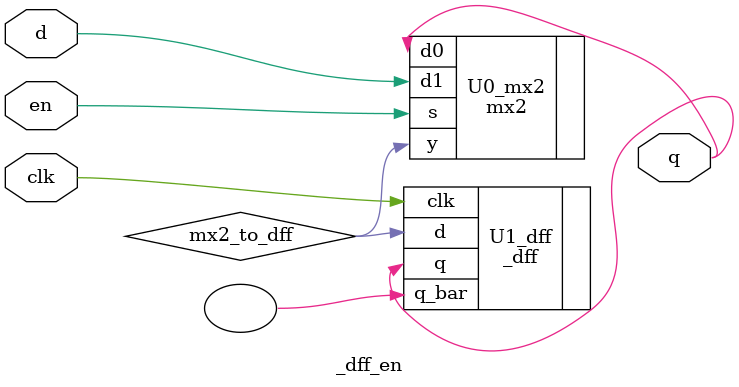
<source format=v>
module _dff_en(en, clk, d, q); // this module makes enabled d flip flop
input en, clk, d; // define input en, clk, d
output q; // define output q

wire mx2_to_dff; // define wire mx2_to_dff

mx2 U0_mx2( // 2_to_1 multiplexer instance
	.d0(q),
	.d1(d),
	.s(en),
	.y(mx2_to_dff)
	);

_dff U1_dff( // D flipflop instance
	.clk(clk),
	.d(mx2_to_dff),
	.q(q),
	.q_bar()
	);
	
endmodule // end of module
	
</source>
